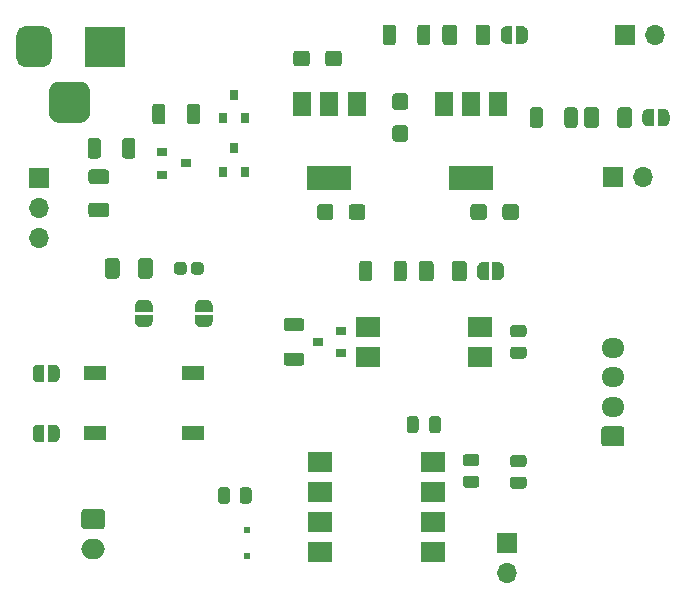
<source format=gbr>
%TF.GenerationSoftware,KiCad,Pcbnew,5.1.10-88a1d61d58~90~ubuntu21.04.1*%
%TF.CreationDate,2021-07-16T14:05:02+02:00*%
%TF.ProjectId,DccDetector,44636344-6574-4656-9374-6f722e6b6963,rev?*%
%TF.SameCoordinates,Original*%
%TF.FileFunction,Soldermask,Top*%
%TF.FilePolarity,Negative*%
%FSLAX46Y46*%
G04 Gerber Fmt 4.6, Leading zero omitted, Abs format (unit mm)*
G04 Created by KiCad (PCBNEW 5.1.10-88a1d61d58~90~ubuntu21.04.1) date 2021-07-16 14:05:02*
%MOMM*%
%LPD*%
G01*
G04 APERTURE LIST*
%ADD10R,3.500000X3.500000*%
%ADD11O,1.950000X1.700000*%
%ADD12O,1.700000X1.700000*%
%ADD13R,1.700000X1.700000*%
%ADD14C,0.100000*%
%ADD15R,1.900000X1.200000*%
%ADD16R,1.500000X2.000000*%
%ADD17R,3.800000X2.000000*%
%ADD18R,0.800000X0.900000*%
%ADD19R,0.900000X0.800000*%
%ADD20R,2.000000X1.780000*%
%ADD21O,2.000000X1.700000*%
%ADD22R,0.500000X0.500000*%
G04 APERTURE END LIST*
%TO.C,J2*%
G36*
G01*
X24250000Y-30575000D02*
X24250000Y-28825000D01*
G75*
G02*
X25125000Y-27950000I875000J0D01*
G01*
X26875000Y-27950000D01*
G75*
G02*
X27750000Y-28825000I0J-875000D01*
G01*
X27750000Y-30575000D01*
G75*
G02*
X26875000Y-31450000I-875000J0D01*
G01*
X25125000Y-31450000D01*
G75*
G02*
X24250000Y-30575000I0J875000D01*
G01*
G37*
G36*
G01*
X21500000Y-26000000D02*
X21500000Y-24000000D01*
G75*
G02*
X22250000Y-23250000I750000J0D01*
G01*
X23750000Y-23250000D01*
G75*
G02*
X24500000Y-24000000I0J-750000D01*
G01*
X24500000Y-26000000D01*
G75*
G02*
X23750000Y-26750000I-750000J0D01*
G01*
X22250000Y-26750000D01*
G75*
G02*
X21500000Y-26000000I0J750000D01*
G01*
G37*
D10*
X29000000Y-25000000D03*
%TD*%
D11*
%TO.C,J7*%
X72000000Y-50500000D03*
X72000000Y-53000000D03*
X72000000Y-55500000D03*
G36*
G01*
X72725000Y-58850000D02*
X71275000Y-58850000D01*
G75*
G02*
X71025000Y-58600000I0J250000D01*
G01*
X71025000Y-57400000D01*
G75*
G02*
X71275000Y-57150000I250000J0D01*
G01*
X72725000Y-57150000D01*
G75*
G02*
X72975000Y-57400000I0J-250000D01*
G01*
X72975000Y-58600000D01*
G75*
G02*
X72725000Y-58850000I-250000J0D01*
G01*
G37*
%TD*%
D12*
%TO.C,J6*%
X74540000Y-36000000D03*
D13*
X72000000Y-36000000D03*
%TD*%
D12*
%TO.C,J5*%
X63000000Y-69540000D03*
D13*
X63000000Y-67000000D03*
%TD*%
D12*
%TO.C,J4*%
X75540000Y-24000000D03*
D13*
X73000000Y-24000000D03*
%TD*%
%TO.C,R10*%
G36*
G01*
X66100000Y-30374999D02*
X66100000Y-31625001D01*
G75*
G02*
X65850001Y-31875000I-249999J0D01*
G01*
X65224999Y-31875000D01*
G75*
G02*
X64975000Y-31625001I0J249999D01*
G01*
X64975000Y-30374999D01*
G75*
G02*
X65224999Y-30125000I249999J0D01*
G01*
X65850001Y-30125000D01*
G75*
G02*
X66100000Y-30374999I0J-249999D01*
G01*
G37*
G36*
G01*
X69025000Y-30374999D02*
X69025000Y-31625001D01*
G75*
G02*
X68775001Y-31875000I-249999J0D01*
G01*
X68149999Y-31875000D01*
G75*
G02*
X67900000Y-31625001I0J249999D01*
G01*
X67900000Y-30374999D01*
G75*
G02*
X68149999Y-30125000I249999J0D01*
G01*
X68775001Y-30125000D01*
G75*
G02*
X69025000Y-30374999I0J-249999D01*
G01*
G37*
%TD*%
%TO.C,R9*%
G36*
G01*
X51637500Y-43374999D02*
X51637500Y-44625001D01*
G75*
G02*
X51387501Y-44875000I-249999J0D01*
G01*
X50762499Y-44875000D01*
G75*
G02*
X50512500Y-44625001I0J249999D01*
G01*
X50512500Y-43374999D01*
G75*
G02*
X50762499Y-43125000I249999J0D01*
G01*
X51387501Y-43125000D01*
G75*
G02*
X51637500Y-43374999I0J-249999D01*
G01*
G37*
G36*
G01*
X54562500Y-43374999D02*
X54562500Y-44625001D01*
G75*
G02*
X54312501Y-44875000I-249999J0D01*
G01*
X53687499Y-44875000D01*
G75*
G02*
X53437500Y-44625001I0J249999D01*
G01*
X53437500Y-43374999D01*
G75*
G02*
X53687499Y-43125000I249999J0D01*
G01*
X54312501Y-43125000D01*
G75*
G02*
X54562500Y-43374999I0J-249999D01*
G01*
G37*
%TD*%
%TO.C,R6*%
G36*
G01*
X53637500Y-23374999D02*
X53637500Y-24625001D01*
G75*
G02*
X53387501Y-24875000I-249999J0D01*
G01*
X52762499Y-24875000D01*
G75*
G02*
X52512500Y-24625001I0J249999D01*
G01*
X52512500Y-23374999D01*
G75*
G02*
X52762499Y-23125000I249999J0D01*
G01*
X53387501Y-23125000D01*
G75*
G02*
X53637500Y-23374999I0J-249999D01*
G01*
G37*
G36*
G01*
X56562500Y-23374999D02*
X56562500Y-24625001D01*
G75*
G02*
X56312501Y-24875000I-249999J0D01*
G01*
X55687499Y-24875000D01*
G75*
G02*
X55437500Y-24625001I0J249999D01*
G01*
X55437500Y-23374999D01*
G75*
G02*
X55687499Y-23125000I249999J0D01*
G01*
X56312501Y-23125000D01*
G75*
G02*
X56562500Y-23374999I0J-249999D01*
G01*
G37*
%TD*%
D14*
%TO.C,JP7*%
G36*
X61500000Y-44750000D02*
G01*
X61000000Y-44750000D01*
X61000000Y-44749398D01*
X60975466Y-44749398D01*
X60926635Y-44744588D01*
X60878510Y-44735016D01*
X60831555Y-44720772D01*
X60786222Y-44701995D01*
X60742949Y-44678864D01*
X60702150Y-44651604D01*
X60664221Y-44620476D01*
X60629524Y-44585779D01*
X60598396Y-44547850D01*
X60571136Y-44507051D01*
X60548005Y-44463778D01*
X60529228Y-44418445D01*
X60514984Y-44371490D01*
X60505412Y-44323365D01*
X60500602Y-44274534D01*
X60500602Y-44250000D01*
X60500000Y-44250000D01*
X60500000Y-43750000D01*
X60500602Y-43750000D01*
X60500602Y-43725466D01*
X60505412Y-43676635D01*
X60514984Y-43628510D01*
X60529228Y-43581555D01*
X60548005Y-43536222D01*
X60571136Y-43492949D01*
X60598396Y-43452150D01*
X60629524Y-43414221D01*
X60664221Y-43379524D01*
X60702150Y-43348396D01*
X60742949Y-43321136D01*
X60786222Y-43298005D01*
X60831555Y-43279228D01*
X60878510Y-43264984D01*
X60926635Y-43255412D01*
X60975466Y-43250602D01*
X61000000Y-43250602D01*
X61000000Y-43250000D01*
X61500000Y-43250000D01*
X61500000Y-44750000D01*
G37*
G36*
X62300000Y-43250602D02*
G01*
X62324534Y-43250602D01*
X62373365Y-43255412D01*
X62421490Y-43264984D01*
X62468445Y-43279228D01*
X62513778Y-43298005D01*
X62557051Y-43321136D01*
X62597850Y-43348396D01*
X62635779Y-43379524D01*
X62670476Y-43414221D01*
X62701604Y-43452150D01*
X62728864Y-43492949D01*
X62751995Y-43536222D01*
X62770772Y-43581555D01*
X62785016Y-43628510D01*
X62794588Y-43676635D01*
X62799398Y-43725466D01*
X62799398Y-43750000D01*
X62800000Y-43750000D01*
X62800000Y-44250000D01*
X62799398Y-44250000D01*
X62799398Y-44274534D01*
X62794588Y-44323365D01*
X62785016Y-44371490D01*
X62770772Y-44418445D01*
X62751995Y-44463778D01*
X62728864Y-44507051D01*
X62701604Y-44547850D01*
X62670476Y-44585779D01*
X62635779Y-44620476D01*
X62597850Y-44651604D01*
X62557051Y-44678864D01*
X62513778Y-44701995D01*
X62468445Y-44720772D01*
X62421490Y-44735016D01*
X62373365Y-44744588D01*
X62324534Y-44749398D01*
X62300000Y-44749398D01*
X62300000Y-44750000D01*
X61800000Y-44750000D01*
X61800000Y-43250000D01*
X62300000Y-43250000D01*
X62300000Y-43250602D01*
G37*
%TD*%
%TO.C,JP6*%
G36*
X63500000Y-24750000D02*
G01*
X63000000Y-24750000D01*
X63000000Y-24749398D01*
X62975466Y-24749398D01*
X62926635Y-24744588D01*
X62878510Y-24735016D01*
X62831555Y-24720772D01*
X62786222Y-24701995D01*
X62742949Y-24678864D01*
X62702150Y-24651604D01*
X62664221Y-24620476D01*
X62629524Y-24585779D01*
X62598396Y-24547850D01*
X62571136Y-24507051D01*
X62548005Y-24463778D01*
X62529228Y-24418445D01*
X62514984Y-24371490D01*
X62505412Y-24323365D01*
X62500602Y-24274534D01*
X62500602Y-24250000D01*
X62500000Y-24250000D01*
X62500000Y-23750000D01*
X62500602Y-23750000D01*
X62500602Y-23725466D01*
X62505412Y-23676635D01*
X62514984Y-23628510D01*
X62529228Y-23581555D01*
X62548005Y-23536222D01*
X62571136Y-23492949D01*
X62598396Y-23452150D01*
X62629524Y-23414221D01*
X62664221Y-23379524D01*
X62702150Y-23348396D01*
X62742949Y-23321136D01*
X62786222Y-23298005D01*
X62831555Y-23279228D01*
X62878510Y-23264984D01*
X62926635Y-23255412D01*
X62975466Y-23250602D01*
X63000000Y-23250602D01*
X63000000Y-23250000D01*
X63500000Y-23250000D01*
X63500000Y-24750000D01*
G37*
G36*
X64300000Y-23250602D02*
G01*
X64324534Y-23250602D01*
X64373365Y-23255412D01*
X64421490Y-23264984D01*
X64468445Y-23279228D01*
X64513778Y-23298005D01*
X64557051Y-23321136D01*
X64597850Y-23348396D01*
X64635779Y-23379524D01*
X64670476Y-23414221D01*
X64701604Y-23452150D01*
X64728864Y-23492949D01*
X64751995Y-23536222D01*
X64770772Y-23581555D01*
X64785016Y-23628510D01*
X64794588Y-23676635D01*
X64799398Y-23725466D01*
X64799398Y-23750000D01*
X64800000Y-23750000D01*
X64800000Y-24250000D01*
X64799398Y-24250000D01*
X64799398Y-24274534D01*
X64794588Y-24323365D01*
X64785016Y-24371490D01*
X64770772Y-24418445D01*
X64751995Y-24463778D01*
X64728864Y-24507051D01*
X64701604Y-24547850D01*
X64670476Y-24585779D01*
X64635779Y-24620476D01*
X64597850Y-24651604D01*
X64557051Y-24678864D01*
X64513778Y-24701995D01*
X64468445Y-24720772D01*
X64421490Y-24735016D01*
X64373365Y-24744588D01*
X64324534Y-24749398D01*
X64300000Y-24749398D01*
X64300000Y-24750000D01*
X63800000Y-24750000D01*
X63800000Y-23250000D01*
X64300000Y-23250000D01*
X64300000Y-23250602D01*
G37*
%TD*%
%TO.C,JP5*%
G36*
X75500000Y-31750000D02*
G01*
X75000000Y-31750000D01*
X75000000Y-31749398D01*
X74975466Y-31749398D01*
X74926635Y-31744588D01*
X74878510Y-31735016D01*
X74831555Y-31720772D01*
X74786222Y-31701995D01*
X74742949Y-31678864D01*
X74702150Y-31651604D01*
X74664221Y-31620476D01*
X74629524Y-31585779D01*
X74598396Y-31547850D01*
X74571136Y-31507051D01*
X74548005Y-31463778D01*
X74529228Y-31418445D01*
X74514984Y-31371490D01*
X74505412Y-31323365D01*
X74500602Y-31274534D01*
X74500602Y-31250000D01*
X74500000Y-31250000D01*
X74500000Y-30750000D01*
X74500602Y-30750000D01*
X74500602Y-30725466D01*
X74505412Y-30676635D01*
X74514984Y-30628510D01*
X74529228Y-30581555D01*
X74548005Y-30536222D01*
X74571136Y-30492949D01*
X74598396Y-30452150D01*
X74629524Y-30414221D01*
X74664221Y-30379524D01*
X74702150Y-30348396D01*
X74742949Y-30321136D01*
X74786222Y-30298005D01*
X74831555Y-30279228D01*
X74878510Y-30264984D01*
X74926635Y-30255412D01*
X74975466Y-30250602D01*
X75000000Y-30250602D01*
X75000000Y-30250000D01*
X75500000Y-30250000D01*
X75500000Y-31750000D01*
G37*
G36*
X76300000Y-30250602D02*
G01*
X76324534Y-30250602D01*
X76373365Y-30255412D01*
X76421490Y-30264984D01*
X76468445Y-30279228D01*
X76513778Y-30298005D01*
X76557051Y-30321136D01*
X76597850Y-30348396D01*
X76635779Y-30379524D01*
X76670476Y-30414221D01*
X76701604Y-30452150D01*
X76728864Y-30492949D01*
X76751995Y-30536222D01*
X76770772Y-30581555D01*
X76785016Y-30628510D01*
X76794588Y-30676635D01*
X76799398Y-30725466D01*
X76799398Y-30750000D01*
X76800000Y-30750000D01*
X76800000Y-31250000D01*
X76799398Y-31250000D01*
X76799398Y-31274534D01*
X76794588Y-31323365D01*
X76785016Y-31371490D01*
X76770772Y-31418445D01*
X76751995Y-31463778D01*
X76728864Y-31507051D01*
X76701604Y-31547850D01*
X76670476Y-31585779D01*
X76635779Y-31620476D01*
X76597850Y-31651604D01*
X76557051Y-31678864D01*
X76513778Y-31701995D01*
X76468445Y-31720772D01*
X76421490Y-31735016D01*
X76373365Y-31744588D01*
X76324534Y-31749398D01*
X76300000Y-31749398D01*
X76300000Y-31750000D01*
X75800000Y-31750000D01*
X75800000Y-30250000D01*
X76300000Y-30250000D01*
X76300000Y-30250602D01*
G37*
%TD*%
%TO.C,D6*%
G36*
G01*
X72375000Y-31625000D02*
X72375000Y-30375000D01*
G75*
G02*
X72625000Y-30125000I250000J0D01*
G01*
X73375000Y-30125000D01*
G75*
G02*
X73625000Y-30375000I0J-250000D01*
G01*
X73625000Y-31625000D01*
G75*
G02*
X73375000Y-31875000I-250000J0D01*
G01*
X72625000Y-31875000D01*
G75*
G02*
X72375000Y-31625000I0J250000D01*
G01*
G37*
G36*
G01*
X69575000Y-31625000D02*
X69575000Y-30375000D01*
G75*
G02*
X69825000Y-30125000I250000J0D01*
G01*
X70575000Y-30125000D01*
G75*
G02*
X70825000Y-30375000I0J-250000D01*
G01*
X70825000Y-31625000D01*
G75*
G02*
X70575000Y-31875000I-250000J0D01*
G01*
X69825000Y-31875000D01*
G75*
G02*
X69575000Y-31625000I0J250000D01*
G01*
G37*
%TD*%
%TO.C,D5*%
G36*
G01*
X58375000Y-44625000D02*
X58375000Y-43375000D01*
G75*
G02*
X58625000Y-43125000I250000J0D01*
G01*
X59375000Y-43125000D01*
G75*
G02*
X59625000Y-43375000I0J-250000D01*
G01*
X59625000Y-44625000D01*
G75*
G02*
X59375000Y-44875000I-250000J0D01*
G01*
X58625000Y-44875000D01*
G75*
G02*
X58375000Y-44625000I0J250000D01*
G01*
G37*
G36*
G01*
X55575000Y-44625000D02*
X55575000Y-43375000D01*
G75*
G02*
X55825000Y-43125000I250000J0D01*
G01*
X56575000Y-43125000D01*
G75*
G02*
X56825000Y-43375000I0J-250000D01*
G01*
X56825000Y-44625000D01*
G75*
G02*
X56575000Y-44875000I-250000J0D01*
G01*
X55825000Y-44875000D01*
G75*
G02*
X55575000Y-44625000I0J250000D01*
G01*
G37*
%TD*%
%TO.C,D4*%
G36*
G01*
X60375000Y-24625000D02*
X60375000Y-23375000D01*
G75*
G02*
X60625000Y-23125000I250000J0D01*
G01*
X61375000Y-23125000D01*
G75*
G02*
X61625000Y-23375000I0J-250000D01*
G01*
X61625000Y-24625000D01*
G75*
G02*
X61375000Y-24875000I-250000J0D01*
G01*
X60625000Y-24875000D01*
G75*
G02*
X60375000Y-24625000I0J250000D01*
G01*
G37*
G36*
G01*
X57575000Y-24625000D02*
X57575000Y-23375000D01*
G75*
G02*
X57825000Y-23125000I250000J0D01*
G01*
X58575000Y-23125000D01*
G75*
G02*
X58825000Y-23375000I0J-250000D01*
G01*
X58825000Y-24625000D01*
G75*
G02*
X58575000Y-24875000I-250000J0D01*
G01*
X57825000Y-24875000D01*
G75*
G02*
X57575000Y-24625000I0J250000D01*
G01*
G37*
%TD*%
D15*
%TO.C,BR1*%
X28165580Y-57749590D03*
X28165580Y-52649590D03*
X36415580Y-57749590D03*
X36415580Y-52649590D03*
%TD*%
%TO.C,D3*%
G36*
G01*
X29105000Y-36645000D02*
X27855000Y-36645000D01*
G75*
G02*
X27605000Y-36395000I0J250000D01*
G01*
X27605000Y-35645000D01*
G75*
G02*
X27855000Y-35395000I250000J0D01*
G01*
X29105000Y-35395000D01*
G75*
G02*
X29355000Y-35645000I0J-250000D01*
G01*
X29355000Y-36395000D01*
G75*
G02*
X29105000Y-36645000I-250000J0D01*
G01*
G37*
G36*
G01*
X29105000Y-39445000D02*
X27855000Y-39445000D01*
G75*
G02*
X27605000Y-39195000I0J250000D01*
G01*
X27605000Y-38445000D01*
G75*
G02*
X27855000Y-38195000I250000J0D01*
G01*
X29105000Y-38195000D01*
G75*
G02*
X29355000Y-38445000I0J-250000D01*
G01*
X29355000Y-39195000D01*
G75*
G02*
X29105000Y-39445000I-250000J0D01*
G01*
G37*
%TD*%
D16*
%TO.C,U4*%
X62300000Y-29850000D03*
X57700000Y-29850000D03*
X60000000Y-29850000D03*
D17*
X60000000Y-36150000D03*
%TD*%
%TO.C,R8*%
G36*
G01*
X34122500Y-30074999D02*
X34122500Y-31325001D01*
G75*
G02*
X33872501Y-31575000I-249999J0D01*
G01*
X33247499Y-31575000D01*
G75*
G02*
X32997500Y-31325001I0J249999D01*
G01*
X32997500Y-30074999D01*
G75*
G02*
X33247499Y-29825000I249999J0D01*
G01*
X33872501Y-29825000D01*
G75*
G02*
X34122500Y-30074999I0J-249999D01*
G01*
G37*
G36*
G01*
X37047500Y-30074999D02*
X37047500Y-31325001D01*
G75*
G02*
X36797501Y-31575000I-249999J0D01*
G01*
X36172499Y-31575000D01*
G75*
G02*
X35922500Y-31325001I0J249999D01*
G01*
X35922500Y-30074999D01*
G75*
G02*
X36172499Y-29825000I249999J0D01*
G01*
X36797501Y-29825000D01*
G75*
G02*
X37047500Y-30074999I0J-249999D01*
G01*
G37*
%TD*%
%TO.C,R7*%
G36*
G01*
X28657500Y-32984999D02*
X28657500Y-34235001D01*
G75*
G02*
X28407501Y-34485000I-249999J0D01*
G01*
X27782499Y-34485000D01*
G75*
G02*
X27532500Y-34235001I0J249999D01*
G01*
X27532500Y-32984999D01*
G75*
G02*
X27782499Y-32735000I249999J0D01*
G01*
X28407501Y-32735000D01*
G75*
G02*
X28657500Y-32984999I0J-249999D01*
G01*
G37*
G36*
G01*
X31582500Y-32984999D02*
X31582500Y-34235001D01*
G75*
G02*
X31332501Y-34485000I-249999J0D01*
G01*
X30707499Y-34485000D01*
G75*
G02*
X30457500Y-34235001I0J249999D01*
G01*
X30457500Y-32984999D01*
G75*
G02*
X30707499Y-32735000I249999J0D01*
G01*
X31332501Y-32735000D01*
G75*
G02*
X31582500Y-32984999I0J-249999D01*
G01*
G37*
%TD*%
D18*
%TO.C,Q4*%
X39910000Y-29070000D03*
X40860000Y-31070000D03*
X38960000Y-31070000D03*
%TD*%
D19*
%TO.C,Q3*%
X35830000Y-34880000D03*
X33830000Y-35830000D03*
X33830000Y-33930000D03*
%TD*%
D18*
%TO.C,Q2*%
X39910000Y-33610000D03*
X40860000Y-35610000D03*
X38960000Y-35610000D03*
%TD*%
D12*
%TO.C,J3*%
X23400000Y-41230000D03*
X23400000Y-38690000D03*
D13*
X23400000Y-36150000D03*
%TD*%
%TO.C,D2*%
G36*
G01*
X30245000Y-43145000D02*
X30245000Y-44395000D01*
G75*
G02*
X29995000Y-44645000I-250000J0D01*
G01*
X29245000Y-44645000D01*
G75*
G02*
X28995000Y-44395000I0J250000D01*
G01*
X28995000Y-43145000D01*
G75*
G02*
X29245000Y-42895000I250000J0D01*
G01*
X29995000Y-42895000D01*
G75*
G02*
X30245000Y-43145000I0J-250000D01*
G01*
G37*
G36*
G01*
X33045000Y-43145000D02*
X33045000Y-44395000D01*
G75*
G02*
X32795000Y-44645000I-250000J0D01*
G01*
X32045000Y-44645000D01*
G75*
G02*
X31795000Y-44395000I0J250000D01*
G01*
X31795000Y-43145000D01*
G75*
G02*
X32045000Y-42895000I250000J0D01*
G01*
X32795000Y-42895000D01*
G75*
G02*
X33045000Y-43145000I0J-250000D01*
G01*
G37*
%TD*%
%TO.C,C6*%
G36*
G01*
X62650000Y-39425001D02*
X62650000Y-38574999D01*
G75*
G02*
X62899999Y-38325000I249999J0D01*
G01*
X63800001Y-38325000D01*
G75*
G02*
X64050000Y-38574999I0J-249999D01*
G01*
X64050000Y-39425001D01*
G75*
G02*
X63800001Y-39675000I-249999J0D01*
G01*
X62899999Y-39675000D01*
G75*
G02*
X62650000Y-39425001I0J249999D01*
G01*
G37*
G36*
G01*
X59950000Y-39425001D02*
X59950000Y-38574999D01*
G75*
G02*
X60199999Y-38325000I249999J0D01*
G01*
X61100001Y-38325000D01*
G75*
G02*
X61350000Y-38574999I0J-249999D01*
G01*
X61350000Y-39425001D01*
G75*
G02*
X61100001Y-39675000I-249999J0D01*
G01*
X60199999Y-39675000D01*
G75*
G02*
X59950000Y-39425001I0J249999D01*
G01*
G37*
%TD*%
%TO.C,C5*%
G36*
G01*
X53574999Y-31650000D02*
X54425001Y-31650000D01*
G75*
G02*
X54675000Y-31899999I0J-249999D01*
G01*
X54675000Y-32800001D01*
G75*
G02*
X54425001Y-33050000I-249999J0D01*
G01*
X53574999Y-33050000D01*
G75*
G02*
X53325000Y-32800001I0J249999D01*
G01*
X53325000Y-31899999D01*
G75*
G02*
X53574999Y-31650000I249999J0D01*
G01*
G37*
G36*
G01*
X53574999Y-28950000D02*
X54425001Y-28950000D01*
G75*
G02*
X54675000Y-29199999I0J-249999D01*
G01*
X54675000Y-30100001D01*
G75*
G02*
X54425001Y-30350000I-249999J0D01*
G01*
X53574999Y-30350000D01*
G75*
G02*
X53325000Y-30100001I0J249999D01*
G01*
X53325000Y-29199999D01*
G75*
G02*
X53574999Y-28950000I249999J0D01*
G01*
G37*
%TD*%
%TO.C,C4*%
G36*
G01*
X36275000Y-44045001D02*
X36275000Y-43494999D01*
G75*
G02*
X36524999Y-43245000I249999J0D01*
G01*
X37100001Y-43245000D01*
G75*
G02*
X37350000Y-43494999I0J-249999D01*
G01*
X37350000Y-44045001D01*
G75*
G02*
X37100001Y-44295000I-249999J0D01*
G01*
X36524999Y-44295000D01*
G75*
G02*
X36275000Y-44045001I0J249999D01*
G01*
G37*
G36*
G01*
X34850000Y-44045001D02*
X34850000Y-43494999D01*
G75*
G02*
X35099999Y-43245000I249999J0D01*
G01*
X35675001Y-43245000D01*
G75*
G02*
X35925000Y-43494999I0J-249999D01*
G01*
X35925000Y-44045001D01*
G75*
G02*
X35675001Y-44295000I-249999J0D01*
G01*
X35099999Y-44295000D01*
G75*
G02*
X34850000Y-44045001I0J249999D01*
G01*
G37*
%TD*%
D20*
%TO.C,U3*%
X51235000Y-51270000D03*
X60765000Y-48730000D03*
X51235000Y-48730000D03*
X60765000Y-51270000D03*
%TD*%
%TO.C,U2*%
X56765000Y-60190000D03*
X47235000Y-67810000D03*
X56765000Y-62730000D03*
X47235000Y-65270000D03*
X56765000Y-65270000D03*
X47235000Y-62730000D03*
X56765000Y-67810000D03*
X47235000Y-60190000D03*
%TD*%
D16*
%TO.C,U1*%
X50300000Y-29850000D03*
X45700000Y-29850000D03*
X48000000Y-29850000D03*
D17*
X48000000Y-36150000D03*
%TD*%
%TO.C,R5*%
G36*
G01*
X64450001Y-60600000D02*
X63549999Y-60600000D01*
G75*
G02*
X63300000Y-60350001I0J249999D01*
G01*
X63300000Y-59824999D01*
G75*
G02*
X63549999Y-59575000I249999J0D01*
G01*
X64450001Y-59575000D01*
G75*
G02*
X64700000Y-59824999I0J-249999D01*
G01*
X64700000Y-60350001D01*
G75*
G02*
X64450001Y-60600000I-249999J0D01*
G01*
G37*
G36*
G01*
X64450001Y-62425000D02*
X63549999Y-62425000D01*
G75*
G02*
X63300000Y-62175001I0J249999D01*
G01*
X63300000Y-61649999D01*
G75*
G02*
X63549999Y-61400000I249999J0D01*
G01*
X64450001Y-61400000D01*
G75*
G02*
X64700000Y-61649999I0J-249999D01*
G01*
X64700000Y-62175001D01*
G75*
G02*
X64450001Y-62425000I-249999J0D01*
G01*
G37*
%TD*%
%TO.C,R4*%
G36*
G01*
X60450001Y-60512500D02*
X59549999Y-60512500D01*
G75*
G02*
X59300000Y-60262501I0J249999D01*
G01*
X59300000Y-59737499D01*
G75*
G02*
X59549999Y-59487500I249999J0D01*
G01*
X60450001Y-59487500D01*
G75*
G02*
X60700000Y-59737499I0J-249999D01*
G01*
X60700000Y-60262501D01*
G75*
G02*
X60450001Y-60512500I-249999J0D01*
G01*
G37*
G36*
G01*
X60450001Y-62337500D02*
X59549999Y-62337500D01*
G75*
G02*
X59300000Y-62087501I0J249999D01*
G01*
X59300000Y-61562499D01*
G75*
G02*
X59549999Y-61312500I249999J0D01*
G01*
X60450001Y-61312500D01*
G75*
G02*
X60700000Y-61562499I0J-249999D01*
G01*
X60700000Y-62087501D01*
G75*
G02*
X60450001Y-62337500I-249999J0D01*
G01*
G37*
%TD*%
%TO.C,R3*%
G36*
G01*
X63549999Y-50400000D02*
X64450001Y-50400000D01*
G75*
G02*
X64700000Y-50649999I0J-249999D01*
G01*
X64700000Y-51175001D01*
G75*
G02*
X64450001Y-51425000I-249999J0D01*
G01*
X63549999Y-51425000D01*
G75*
G02*
X63300000Y-51175001I0J249999D01*
G01*
X63300000Y-50649999D01*
G75*
G02*
X63549999Y-50400000I249999J0D01*
G01*
G37*
G36*
G01*
X63549999Y-48575000D02*
X64450001Y-48575000D01*
G75*
G02*
X64700000Y-48824999I0J-249999D01*
G01*
X64700000Y-49350001D01*
G75*
G02*
X64450001Y-49600000I-249999J0D01*
G01*
X63549999Y-49600000D01*
G75*
G02*
X63300000Y-49350001I0J249999D01*
G01*
X63300000Y-48824999D01*
G75*
G02*
X63549999Y-48575000I249999J0D01*
G01*
G37*
%TD*%
%TO.C,R2*%
G36*
G01*
X39600000Y-62549999D02*
X39600000Y-63450001D01*
G75*
G02*
X39350001Y-63700000I-249999J0D01*
G01*
X38824999Y-63700000D01*
G75*
G02*
X38575000Y-63450001I0J249999D01*
G01*
X38575000Y-62549999D01*
G75*
G02*
X38824999Y-62300000I249999J0D01*
G01*
X39350001Y-62300000D01*
G75*
G02*
X39600000Y-62549999I0J-249999D01*
G01*
G37*
G36*
G01*
X41425000Y-62549999D02*
X41425000Y-63450001D01*
G75*
G02*
X41175001Y-63700000I-249999J0D01*
G01*
X40649999Y-63700000D01*
G75*
G02*
X40400000Y-63450001I0J249999D01*
G01*
X40400000Y-62549999D01*
G75*
G02*
X40649999Y-62300000I249999J0D01*
G01*
X41175001Y-62300000D01*
G75*
G02*
X41425000Y-62549999I0J-249999D01*
G01*
G37*
%TD*%
%TO.C,R1*%
G36*
G01*
X44374999Y-50900000D02*
X45625001Y-50900000D01*
G75*
G02*
X45875000Y-51149999I0J-249999D01*
G01*
X45875000Y-51775001D01*
G75*
G02*
X45625001Y-52025000I-249999J0D01*
G01*
X44374999Y-52025000D01*
G75*
G02*
X44125000Y-51775001I0J249999D01*
G01*
X44125000Y-51149999D01*
G75*
G02*
X44374999Y-50900000I249999J0D01*
G01*
G37*
G36*
G01*
X44374999Y-47975000D02*
X45625001Y-47975000D01*
G75*
G02*
X45875000Y-48224999I0J-249999D01*
G01*
X45875000Y-48850001D01*
G75*
G02*
X45625001Y-49100000I-249999J0D01*
G01*
X44374999Y-49100000D01*
G75*
G02*
X44125000Y-48850001I0J249999D01*
G01*
X44125000Y-48224999D01*
G75*
G02*
X44374999Y-47975000I249999J0D01*
G01*
G37*
%TD*%
D19*
%TO.C,Q1*%
X47000000Y-50000000D03*
X49000000Y-49050000D03*
X49000000Y-50950000D03*
%TD*%
D14*
%TO.C,JP4*%
G36*
X33040000Y-47730000D02*
G01*
X33040000Y-48230000D01*
X33039398Y-48230000D01*
X33039398Y-48254534D01*
X33034588Y-48303365D01*
X33025016Y-48351490D01*
X33010772Y-48398445D01*
X32991995Y-48443778D01*
X32968864Y-48487051D01*
X32941604Y-48527850D01*
X32910476Y-48565779D01*
X32875779Y-48600476D01*
X32837850Y-48631604D01*
X32797051Y-48658864D01*
X32753778Y-48681995D01*
X32708445Y-48700772D01*
X32661490Y-48715016D01*
X32613365Y-48724588D01*
X32564534Y-48729398D01*
X32540000Y-48729398D01*
X32540000Y-48730000D01*
X32040000Y-48730000D01*
X32040000Y-48729398D01*
X32015466Y-48729398D01*
X31966635Y-48724588D01*
X31918510Y-48715016D01*
X31871555Y-48700772D01*
X31826222Y-48681995D01*
X31782949Y-48658864D01*
X31742150Y-48631604D01*
X31704221Y-48600476D01*
X31669524Y-48565779D01*
X31638396Y-48527850D01*
X31611136Y-48487051D01*
X31588005Y-48443778D01*
X31569228Y-48398445D01*
X31554984Y-48351490D01*
X31545412Y-48303365D01*
X31540602Y-48254534D01*
X31540602Y-48230000D01*
X31540000Y-48230000D01*
X31540000Y-47730000D01*
X33040000Y-47730000D01*
G37*
G36*
X31540602Y-46930000D02*
G01*
X31540602Y-46905466D01*
X31545412Y-46856635D01*
X31554984Y-46808510D01*
X31569228Y-46761555D01*
X31588005Y-46716222D01*
X31611136Y-46672949D01*
X31638396Y-46632150D01*
X31669524Y-46594221D01*
X31704221Y-46559524D01*
X31742150Y-46528396D01*
X31782949Y-46501136D01*
X31826222Y-46478005D01*
X31871555Y-46459228D01*
X31918510Y-46444984D01*
X31966635Y-46435412D01*
X32015466Y-46430602D01*
X32040000Y-46430602D01*
X32040000Y-46430000D01*
X32540000Y-46430000D01*
X32540000Y-46430602D01*
X32564534Y-46430602D01*
X32613365Y-46435412D01*
X32661490Y-46444984D01*
X32708445Y-46459228D01*
X32753778Y-46478005D01*
X32797051Y-46501136D01*
X32837850Y-46528396D01*
X32875779Y-46559524D01*
X32910476Y-46594221D01*
X32941604Y-46632150D01*
X32968864Y-46672949D01*
X32991995Y-46716222D01*
X33010772Y-46761555D01*
X33025016Y-46808510D01*
X33034588Y-46856635D01*
X33039398Y-46905466D01*
X33039398Y-46930000D01*
X33040000Y-46930000D01*
X33040000Y-47430000D01*
X31540000Y-47430000D01*
X31540000Y-46930000D01*
X31540602Y-46930000D01*
G37*
%TD*%
%TO.C,JP3*%
G36*
X38120000Y-47730000D02*
G01*
X38120000Y-48230000D01*
X38119398Y-48230000D01*
X38119398Y-48254534D01*
X38114588Y-48303365D01*
X38105016Y-48351490D01*
X38090772Y-48398445D01*
X38071995Y-48443778D01*
X38048864Y-48487051D01*
X38021604Y-48527850D01*
X37990476Y-48565779D01*
X37955779Y-48600476D01*
X37917850Y-48631604D01*
X37877051Y-48658864D01*
X37833778Y-48681995D01*
X37788445Y-48700772D01*
X37741490Y-48715016D01*
X37693365Y-48724588D01*
X37644534Y-48729398D01*
X37620000Y-48729398D01*
X37620000Y-48730000D01*
X37120000Y-48730000D01*
X37120000Y-48729398D01*
X37095466Y-48729398D01*
X37046635Y-48724588D01*
X36998510Y-48715016D01*
X36951555Y-48700772D01*
X36906222Y-48681995D01*
X36862949Y-48658864D01*
X36822150Y-48631604D01*
X36784221Y-48600476D01*
X36749524Y-48565779D01*
X36718396Y-48527850D01*
X36691136Y-48487051D01*
X36668005Y-48443778D01*
X36649228Y-48398445D01*
X36634984Y-48351490D01*
X36625412Y-48303365D01*
X36620602Y-48254534D01*
X36620602Y-48230000D01*
X36620000Y-48230000D01*
X36620000Y-47730000D01*
X38120000Y-47730000D01*
G37*
G36*
X36620602Y-46930000D02*
G01*
X36620602Y-46905466D01*
X36625412Y-46856635D01*
X36634984Y-46808510D01*
X36649228Y-46761555D01*
X36668005Y-46716222D01*
X36691136Y-46672949D01*
X36718396Y-46632150D01*
X36749524Y-46594221D01*
X36784221Y-46559524D01*
X36822150Y-46528396D01*
X36862949Y-46501136D01*
X36906222Y-46478005D01*
X36951555Y-46459228D01*
X36998510Y-46444984D01*
X37046635Y-46435412D01*
X37095466Y-46430602D01*
X37120000Y-46430602D01*
X37120000Y-46430000D01*
X37620000Y-46430000D01*
X37620000Y-46430602D01*
X37644534Y-46430602D01*
X37693365Y-46435412D01*
X37741490Y-46444984D01*
X37788445Y-46459228D01*
X37833778Y-46478005D01*
X37877051Y-46501136D01*
X37917850Y-46528396D01*
X37955779Y-46559524D01*
X37990476Y-46594221D01*
X38021604Y-46632150D01*
X38048864Y-46672949D01*
X38071995Y-46716222D01*
X38090772Y-46761555D01*
X38105016Y-46808510D01*
X38114588Y-46856635D01*
X38119398Y-46905466D01*
X38119398Y-46930000D01*
X38120000Y-46930000D01*
X38120000Y-47430000D01*
X36620000Y-47430000D01*
X36620000Y-46930000D01*
X36620602Y-46930000D01*
G37*
%TD*%
%TO.C,JP2*%
G36*
X24170000Y-51910000D02*
G01*
X24670000Y-51910000D01*
X24670000Y-51910602D01*
X24694534Y-51910602D01*
X24743365Y-51915412D01*
X24791490Y-51924984D01*
X24838445Y-51939228D01*
X24883778Y-51958005D01*
X24927051Y-51981136D01*
X24967850Y-52008396D01*
X25005779Y-52039524D01*
X25040476Y-52074221D01*
X25071604Y-52112150D01*
X25098864Y-52152949D01*
X25121995Y-52196222D01*
X25140772Y-52241555D01*
X25155016Y-52288510D01*
X25164588Y-52336635D01*
X25169398Y-52385466D01*
X25169398Y-52410000D01*
X25170000Y-52410000D01*
X25170000Y-52910000D01*
X25169398Y-52910000D01*
X25169398Y-52934534D01*
X25164588Y-52983365D01*
X25155016Y-53031490D01*
X25140772Y-53078445D01*
X25121995Y-53123778D01*
X25098864Y-53167051D01*
X25071604Y-53207850D01*
X25040476Y-53245779D01*
X25005779Y-53280476D01*
X24967850Y-53311604D01*
X24927051Y-53338864D01*
X24883778Y-53361995D01*
X24838445Y-53380772D01*
X24791490Y-53395016D01*
X24743365Y-53404588D01*
X24694534Y-53409398D01*
X24670000Y-53409398D01*
X24670000Y-53410000D01*
X24170000Y-53410000D01*
X24170000Y-51910000D01*
G37*
G36*
X23370000Y-53409398D02*
G01*
X23345466Y-53409398D01*
X23296635Y-53404588D01*
X23248510Y-53395016D01*
X23201555Y-53380772D01*
X23156222Y-53361995D01*
X23112949Y-53338864D01*
X23072150Y-53311604D01*
X23034221Y-53280476D01*
X22999524Y-53245779D01*
X22968396Y-53207850D01*
X22941136Y-53167051D01*
X22918005Y-53123778D01*
X22899228Y-53078445D01*
X22884984Y-53031490D01*
X22875412Y-52983365D01*
X22870602Y-52934534D01*
X22870602Y-52910000D01*
X22870000Y-52910000D01*
X22870000Y-52410000D01*
X22870602Y-52410000D01*
X22870602Y-52385466D01*
X22875412Y-52336635D01*
X22884984Y-52288510D01*
X22899228Y-52241555D01*
X22918005Y-52196222D01*
X22941136Y-52152949D01*
X22968396Y-52112150D01*
X22999524Y-52074221D01*
X23034221Y-52039524D01*
X23072150Y-52008396D01*
X23112949Y-51981136D01*
X23156222Y-51958005D01*
X23201555Y-51939228D01*
X23248510Y-51924984D01*
X23296635Y-51915412D01*
X23345466Y-51910602D01*
X23370000Y-51910602D01*
X23370000Y-51910000D01*
X23870000Y-51910000D01*
X23870000Y-53410000D01*
X23370000Y-53410000D01*
X23370000Y-53409398D01*
G37*
%TD*%
%TO.C,JP1*%
G36*
X24170000Y-56990000D02*
G01*
X24670000Y-56990000D01*
X24670000Y-56990602D01*
X24694534Y-56990602D01*
X24743365Y-56995412D01*
X24791490Y-57004984D01*
X24838445Y-57019228D01*
X24883778Y-57038005D01*
X24927051Y-57061136D01*
X24967850Y-57088396D01*
X25005779Y-57119524D01*
X25040476Y-57154221D01*
X25071604Y-57192150D01*
X25098864Y-57232949D01*
X25121995Y-57276222D01*
X25140772Y-57321555D01*
X25155016Y-57368510D01*
X25164588Y-57416635D01*
X25169398Y-57465466D01*
X25169398Y-57490000D01*
X25170000Y-57490000D01*
X25170000Y-57990000D01*
X25169398Y-57990000D01*
X25169398Y-58014534D01*
X25164588Y-58063365D01*
X25155016Y-58111490D01*
X25140772Y-58158445D01*
X25121995Y-58203778D01*
X25098864Y-58247051D01*
X25071604Y-58287850D01*
X25040476Y-58325779D01*
X25005779Y-58360476D01*
X24967850Y-58391604D01*
X24927051Y-58418864D01*
X24883778Y-58441995D01*
X24838445Y-58460772D01*
X24791490Y-58475016D01*
X24743365Y-58484588D01*
X24694534Y-58489398D01*
X24670000Y-58489398D01*
X24670000Y-58490000D01*
X24170000Y-58490000D01*
X24170000Y-56990000D01*
G37*
G36*
X23370000Y-58489398D02*
G01*
X23345466Y-58489398D01*
X23296635Y-58484588D01*
X23248510Y-58475016D01*
X23201555Y-58460772D01*
X23156222Y-58441995D01*
X23112949Y-58418864D01*
X23072150Y-58391604D01*
X23034221Y-58360476D01*
X22999524Y-58325779D01*
X22968396Y-58287850D01*
X22941136Y-58247051D01*
X22918005Y-58203778D01*
X22899228Y-58158445D01*
X22884984Y-58111490D01*
X22875412Y-58063365D01*
X22870602Y-58014534D01*
X22870602Y-57990000D01*
X22870000Y-57990000D01*
X22870000Y-57490000D01*
X22870602Y-57490000D01*
X22870602Y-57465466D01*
X22875412Y-57416635D01*
X22884984Y-57368510D01*
X22899228Y-57321555D01*
X22918005Y-57276222D01*
X22941136Y-57232949D01*
X22968396Y-57192150D01*
X22999524Y-57154221D01*
X23034221Y-57119524D01*
X23072150Y-57088396D01*
X23112949Y-57061136D01*
X23156222Y-57038005D01*
X23201555Y-57019228D01*
X23248510Y-57004984D01*
X23296635Y-56995412D01*
X23345466Y-56990602D01*
X23370000Y-56990602D01*
X23370000Y-56990000D01*
X23870000Y-56990000D01*
X23870000Y-58490000D01*
X23370000Y-58490000D01*
X23370000Y-58489398D01*
G37*
%TD*%
D21*
%TO.C,J1*%
X28000000Y-67500000D03*
G36*
G01*
X27250000Y-64150000D02*
X28750000Y-64150000D01*
G75*
G02*
X29000000Y-64400000I0J-250000D01*
G01*
X29000000Y-65600000D01*
G75*
G02*
X28750000Y-65850000I-250000J0D01*
G01*
X27250000Y-65850000D01*
G75*
G02*
X27000000Y-65600000I0J250000D01*
G01*
X27000000Y-64400000D01*
G75*
G02*
X27250000Y-64150000I250000J0D01*
G01*
G37*
%TD*%
D22*
%TO.C,D1*%
X41000000Y-68100000D03*
X41000000Y-65900000D03*
%TD*%
%TO.C,C3*%
G36*
G01*
X55550000Y-56525000D02*
X55550000Y-57475000D01*
G75*
G02*
X55300000Y-57725000I-250000J0D01*
G01*
X54800000Y-57725000D01*
G75*
G02*
X54550000Y-57475000I0J250000D01*
G01*
X54550000Y-56525000D01*
G75*
G02*
X54800000Y-56275000I250000J0D01*
G01*
X55300000Y-56275000D01*
G75*
G02*
X55550000Y-56525000I0J-250000D01*
G01*
G37*
G36*
G01*
X57450000Y-56525000D02*
X57450000Y-57475000D01*
G75*
G02*
X57200000Y-57725000I-250000J0D01*
G01*
X56700000Y-57725000D01*
G75*
G02*
X56450000Y-57475000I0J250000D01*
G01*
X56450000Y-56525000D01*
G75*
G02*
X56700000Y-56275000I250000J0D01*
G01*
X57200000Y-56275000D01*
G75*
G02*
X57450000Y-56525000I0J-250000D01*
G01*
G37*
%TD*%
%TO.C,C2*%
G36*
G01*
X49650000Y-39425001D02*
X49650000Y-38574999D01*
G75*
G02*
X49899999Y-38325000I249999J0D01*
G01*
X50800001Y-38325000D01*
G75*
G02*
X51050000Y-38574999I0J-249999D01*
G01*
X51050000Y-39425001D01*
G75*
G02*
X50800001Y-39675000I-249999J0D01*
G01*
X49899999Y-39675000D01*
G75*
G02*
X49650000Y-39425001I0J249999D01*
G01*
G37*
G36*
G01*
X46950000Y-39425001D02*
X46950000Y-38574999D01*
G75*
G02*
X47199999Y-38325000I249999J0D01*
G01*
X48100001Y-38325000D01*
G75*
G02*
X48350000Y-38574999I0J-249999D01*
G01*
X48350000Y-39425001D01*
G75*
G02*
X48100001Y-39675000I-249999J0D01*
G01*
X47199999Y-39675000D01*
G75*
G02*
X46950000Y-39425001I0J249999D01*
G01*
G37*
%TD*%
%TO.C,C1*%
G36*
G01*
X47650000Y-26425001D02*
X47650000Y-25574999D01*
G75*
G02*
X47899999Y-25325000I249999J0D01*
G01*
X48800001Y-25325000D01*
G75*
G02*
X49050000Y-25574999I0J-249999D01*
G01*
X49050000Y-26425001D01*
G75*
G02*
X48800001Y-26675000I-249999J0D01*
G01*
X47899999Y-26675000D01*
G75*
G02*
X47650000Y-26425001I0J249999D01*
G01*
G37*
G36*
G01*
X44950000Y-26425001D02*
X44950000Y-25574999D01*
G75*
G02*
X45199999Y-25325000I249999J0D01*
G01*
X46100001Y-25325000D01*
G75*
G02*
X46350000Y-25574999I0J-249999D01*
G01*
X46350000Y-26425001D01*
G75*
G02*
X46100001Y-26675000I-249999J0D01*
G01*
X45199999Y-26675000D01*
G75*
G02*
X44950000Y-26425001I0J249999D01*
G01*
G37*
%TD*%
M02*

</source>
